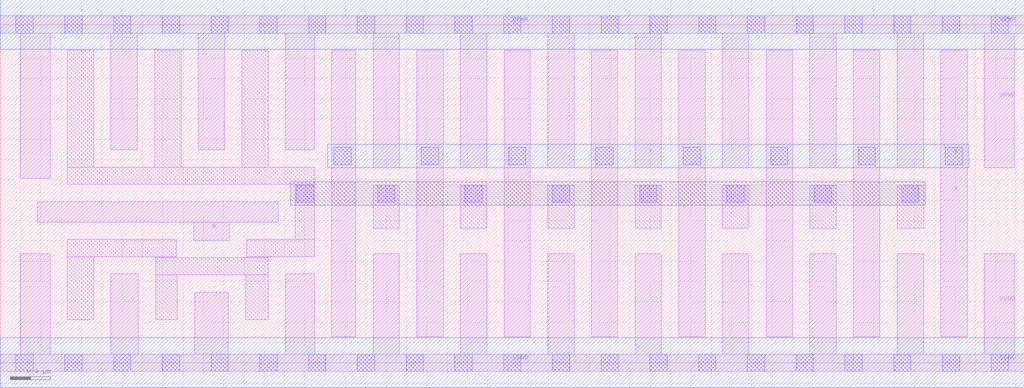
<source format=lef>
# Copyright 2020 The SkyWater PDK Authors
#
# Licensed under the Apache License, Version 2.0 (the "License");
# you may not use this file except in compliance with the License.
# You may obtain a copy of the License at
#
#     https://www.apache.org/licenses/LICENSE-2.0
#
# Unless required by applicable law or agreed to in writing, software
# distributed under the License is distributed on an "AS IS" BASIS,
# WITHOUT WARRANTIES OR CONDITIONS OF ANY KIND, either express or implied.
# See the License for the specific language governing permissions and
# limitations under the License.
#
# SPDX-License-Identifier: Apache-2.0

VERSION 5.7 ;
  NAMESCASESENSITIVE ON ;
  NOWIREEXTENSIONATPIN ON ;
  DIVIDERCHAR "/" ;
  BUSBITCHARS "[]" ;
UNITS
  DATABASE MICRONS 200 ;
END UNITS
MACRO sky130_fd_sc_lp__buf_16
  CLASS CORE ;
  SOURCE USER ;
  FOREIGN sky130_fd_sc_lp__buf_16 ;
  ORIGIN  0.000000  0.000000 ;
  SIZE  10.08000 BY  3.330000 ;
  SYMMETRY X Y R90 ;
  SITE unit ;
  PIN A
    ANTENNAGATEAREA  1.890000 ;
    DIRECTION INPUT ;
    USE SIGNAL ;
    PORT
      LAYER li1 ;
        RECT 0.365000 1.385000 2.735000 1.585000 ;
        RECT 1.905000 1.205000 2.255000 1.385000 ;
    END
  END A
  PIN X
    ANTENNADIFFAREA  4.704000 ;
    DIRECTION OUTPUT ;
    USE SIGNAL ;
    PORT
      LAYER li1 ;
        RECT 3.265000 0.255000 3.500000 3.075000 ;
        RECT 4.100000 0.255000 4.360000 3.075000 ;
        RECT 4.960000 0.255000 5.220000 3.075000 ;
        RECT 5.820000 0.255000 6.080000 3.075000 ;
        RECT 6.680000 0.255000 6.940000 3.075000 ;
        RECT 7.540000 0.255000 7.800000 3.075000 ;
        RECT 8.400000 0.255000 8.660000 3.075000 ;
        RECT 9.260000 0.255000 9.520000 3.075000 ;
      LAYER mcon ;
        RECT 3.285000 1.950000 3.455000 2.120000 ;
        RECT 4.145000 1.950000 4.315000 2.120000 ;
        RECT 5.005000 1.950000 5.175000 2.120000 ;
        RECT 5.865000 1.950000 6.035000 2.120000 ;
        RECT 6.725000 1.950000 6.895000 2.120000 ;
        RECT 7.585000 1.950000 7.755000 2.120000 ;
        RECT 8.445000 1.950000 8.615000 2.120000 ;
        RECT 9.305000 1.950000 9.475000 2.120000 ;
      LAYER met1 ;
        RECT 3.225000 1.920000 9.535000 2.150000 ;
    END
  END X
  PIN VGND
    DIRECTION INOUT ;
    USE GROUND ;
    PORT
      LAYER li1 ;
        RECT 0.000000 -0.085000 10.080000 0.085000 ;
        RECT 0.195000  0.085000  0.490000 1.075000 ;
        RECT 1.090000  0.085000  1.360000 0.875000 ;
        RECT 1.915000  0.085000  2.245000 0.695000 ;
        RECT 2.810000  0.085000  3.095000 0.875000 ;
        RECT 3.670000  0.085000  3.930000 1.075000 ;
        RECT 4.530000  0.085000  4.790000 1.075000 ;
        RECT 5.390000  0.085000  5.650000 1.075000 ;
        RECT 6.250000  0.085000  6.510000 1.075000 ;
        RECT 7.110000  0.085000  7.370000 1.075000 ;
        RECT 7.970000  0.085000  8.230000 1.075000 ;
        RECT 8.830000  0.085000  9.090000 1.075000 ;
        RECT 9.690000  0.085000  9.985000 1.075000 ;
      LAYER mcon ;
        RECT 0.155000 -0.085000 0.325000 0.085000 ;
        RECT 0.635000 -0.085000 0.805000 0.085000 ;
        RECT 1.115000 -0.085000 1.285000 0.085000 ;
        RECT 1.595000 -0.085000 1.765000 0.085000 ;
        RECT 2.075000 -0.085000 2.245000 0.085000 ;
        RECT 2.555000 -0.085000 2.725000 0.085000 ;
        RECT 3.035000 -0.085000 3.205000 0.085000 ;
        RECT 3.515000 -0.085000 3.685000 0.085000 ;
        RECT 3.995000 -0.085000 4.165000 0.085000 ;
        RECT 4.475000 -0.085000 4.645000 0.085000 ;
        RECT 4.955000 -0.085000 5.125000 0.085000 ;
        RECT 5.435000 -0.085000 5.605000 0.085000 ;
        RECT 5.915000 -0.085000 6.085000 0.085000 ;
        RECT 6.395000 -0.085000 6.565000 0.085000 ;
        RECT 6.875000 -0.085000 7.045000 0.085000 ;
        RECT 7.355000 -0.085000 7.525000 0.085000 ;
        RECT 7.835000 -0.085000 8.005000 0.085000 ;
        RECT 8.315000 -0.085000 8.485000 0.085000 ;
        RECT 8.795000 -0.085000 8.965000 0.085000 ;
        RECT 9.275000 -0.085000 9.445000 0.085000 ;
        RECT 9.755000 -0.085000 9.925000 0.085000 ;
      LAYER met1 ;
        RECT 0.000000 -0.245000 10.080000 0.245000 ;
    END
  END VGND
  PIN VPWR
    DIRECTION INOUT ;
    USE POWER ;
    PORT
      LAYER li1 ;
        RECT 0.000000 3.245000 10.080000 3.415000 ;
        RECT 0.195000 1.815000  0.490000 3.245000 ;
        RECT 1.090000 2.095000  1.350000 3.245000 ;
        RECT 1.950000 2.095000  2.210000 3.245000 ;
        RECT 2.810000 2.095000  3.095000 3.245000 ;
        RECT 3.670000 1.920000  3.930000 3.245000 ;
        RECT 4.530000 1.920000  4.790000 3.245000 ;
        RECT 5.390000 1.920000  5.650000 3.245000 ;
        RECT 6.250000 1.920000  6.510000 3.245000 ;
        RECT 7.110000 1.920000  7.370000 3.245000 ;
        RECT 7.970000 1.920000  8.230000 3.245000 ;
        RECT 8.830000 1.920000  9.090000 3.245000 ;
        RECT 9.690000 1.920000  9.985000 3.245000 ;
      LAYER mcon ;
        RECT 0.155000 3.245000 0.325000 3.415000 ;
        RECT 0.635000 3.245000 0.805000 3.415000 ;
        RECT 1.115000 3.245000 1.285000 3.415000 ;
        RECT 1.595000 3.245000 1.765000 3.415000 ;
        RECT 2.075000 3.245000 2.245000 3.415000 ;
        RECT 2.555000 3.245000 2.725000 3.415000 ;
        RECT 3.035000 3.245000 3.205000 3.415000 ;
        RECT 3.515000 3.245000 3.685000 3.415000 ;
        RECT 3.995000 3.245000 4.165000 3.415000 ;
        RECT 4.475000 3.245000 4.645000 3.415000 ;
        RECT 4.955000 3.245000 5.125000 3.415000 ;
        RECT 5.435000 3.245000 5.605000 3.415000 ;
        RECT 5.915000 3.245000 6.085000 3.415000 ;
        RECT 6.395000 3.245000 6.565000 3.415000 ;
        RECT 6.875000 3.245000 7.045000 3.415000 ;
        RECT 7.355000 3.245000 7.525000 3.415000 ;
        RECT 7.835000 3.245000 8.005000 3.415000 ;
        RECT 8.315000 3.245000 8.485000 3.415000 ;
        RECT 8.795000 3.245000 8.965000 3.415000 ;
        RECT 9.275000 3.245000 9.445000 3.415000 ;
        RECT 9.755000 3.245000 9.925000 3.415000 ;
      LAYER met1 ;
        RECT 0.000000 3.085000 10.080000 3.575000 ;
    END
  END VPWR
  OBS
    LAYER li1 ;
      RECT 0.660000 0.425000 0.920000 1.045000 ;
      RECT 0.660000 1.045000 1.735000 1.215000 ;
      RECT 0.660000 1.755000 3.095000 1.925000 ;
      RECT 0.660000 1.925000 0.920000 3.075000 ;
      RECT 1.520000 1.925000 1.780000 3.075000 ;
      RECT 1.530000 0.425000 1.745000 0.865000 ;
      RECT 1.530000 0.865000 2.640000 1.035000 ;
      RECT 1.530000 1.035000 1.735000 1.045000 ;
      RECT 2.380000 1.925000 2.640000 3.075000 ;
      RECT 2.415000 0.425000 2.640000 0.865000 ;
      RECT 2.425000 1.035000 2.640000 1.045000 ;
      RECT 2.425000 1.045000 3.095000 1.215000 ;
      RECT 2.905000 1.215000 3.095000 1.755000 ;
      RECT 3.670000 1.325000 3.930000 1.750000 ;
      RECT 4.530000 1.325000 4.790000 1.750000 ;
      RECT 5.390000 1.325000 5.650000 1.750000 ;
      RECT 6.250000 1.325000 6.510000 1.750000 ;
      RECT 7.110000 1.325000 7.370000 1.750000 ;
      RECT 7.970000 1.325000 8.230000 1.750000 ;
      RECT 8.830000 1.325000 9.090000 1.750000 ;
    LAYER mcon ;
      RECT 2.915000 1.580000 3.085000 1.750000 ;
      RECT 3.715000 1.580000 3.885000 1.750000 ;
      RECT 4.575000 1.580000 4.745000 1.750000 ;
      RECT 5.435000 1.580000 5.605000 1.750000 ;
      RECT 6.295000 1.580000 6.465000 1.750000 ;
      RECT 7.155000 1.580000 7.325000 1.750000 ;
      RECT 8.015000 1.580000 8.185000 1.750000 ;
      RECT 8.875000 1.580000 9.045000 1.750000 ;
    LAYER met1 ;
      RECT 2.855000 1.550000 9.105000 1.780000 ;
  END
END sky130_fd_sc_lp__buf_16

</source>
